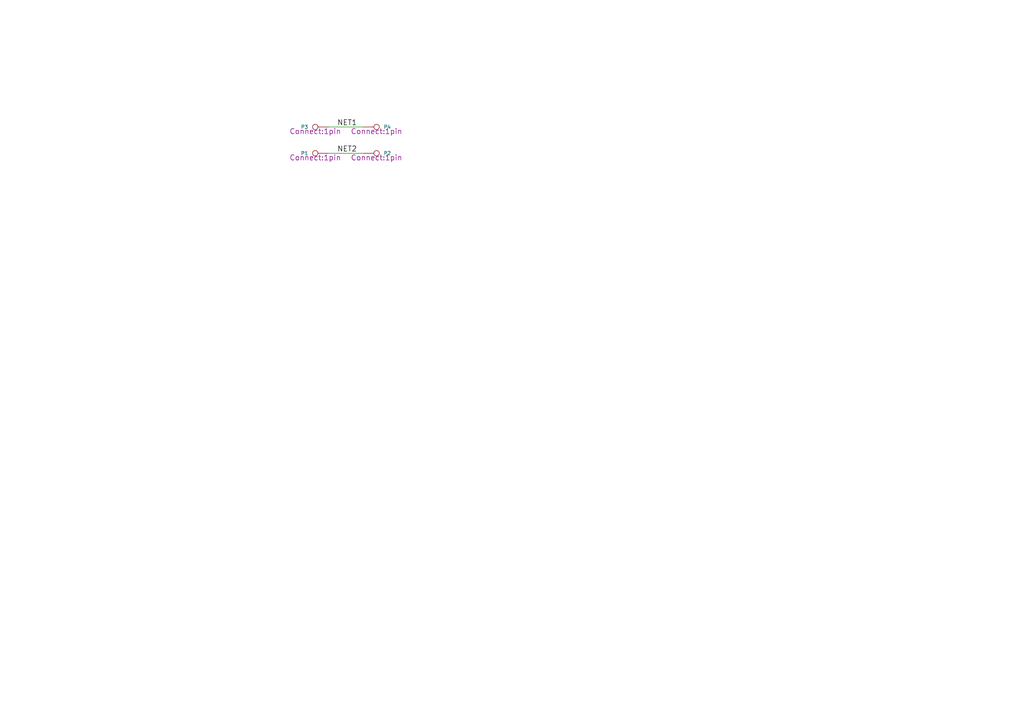
<source format=kicad_sch>
(kicad_sch (version 20230121) (generator eeschema)
  (paper "A4")
  (title_block (date "19 dec 2011"))
  (lib_symbols
    (symbol "test_pads_inside_pads-rescue:CONN_1" (pin_numbers hide) (pin_names (offset 0.762) hide)
      (property "Reference" "P" (at 2.032 0 0))
      (symbol "CONN_1_0_1"
        (polyline (pts (xy -0.762 0) (xy -1.27 0)))
        (circle (center 0 0) (radius 0.7874))
      )
      (symbol "CONN_1_1_1"
        (pin passive line (at -3.81 0 0) (length 2.54) (name "1") (number "1"))
      )
    )
  )
  (wire (pts (xy 105.41 44.45) (xy 95.25 44.45)))
  (wire (pts (xy 105.41 36.83) (xy 95.25 36.83)))
  (label "NET1" (at 97.79 36.83 0) (effects (font (size 1.524 1.524))))
  (label "NET2" (at 97.79 44.45 0) (effects (font (size 1.524 1.524))))
  (symbol (lib_id "test_pads_inside_pads-rescue:CONN_1") (at 109.22 44.45 0) (unit 1)
    (property "Reference" "P2" (at 111.252 44.45 0) (effects (font (size 1.016 1.016)) (justify left)))
    (property "Value" "CONN_1" (effects hide))
    (property "Footprint" "Connect:1pin" (at 109.22 45.72 0) (effects (font (size 1.524 1.524))))
  )
  (symbol (lib_id "test_pads_inside_pads-rescue:CONN_1") (at 91.44 44.45 180) (unit 1)
    (property "Reference" "P1" (at 89.408 44.45 0) (effects (font (size 1.016 1.016)) (justify left)))
    (property "Value" "CONN_1" (effects hide))
    (property "Footprint" "Connect:1pin" (at 91.44 45.72 0) (effects (font (size 1.524 1.524))))
  )
  (symbol (lib_id "test_pads_inside_pads-rescue:CONN_1") (at 91.44 36.83 180) (unit 1)
    (property "Reference" "P3" (at 89.408 36.83 0) (effects (font (size 1.016 1.016)) (justify left)))
    (property "Value" "CONN_1" (effects hide))
    (property "Footprint" "Connect:1pin" (at 91.44 38.1 0) (effects (font (size 1.524 1.524))))
  )
  (symbol (lib_id "test_pads_inside_pads-rescue:CONN_1") (at 109.22 36.83 0) (unit 1)
    (property "Reference" "P4" (at 111.252 36.83 0) (effects (font (size 1.016 1.016)) (justify left)))
    (property "Value" "CONN_1" (effects hide))
    (property "Footprint" "Connect:1pin" (at 109.22 38.1 0) (effects (font (size 1.524 1.524))))
  )
)
</source>
